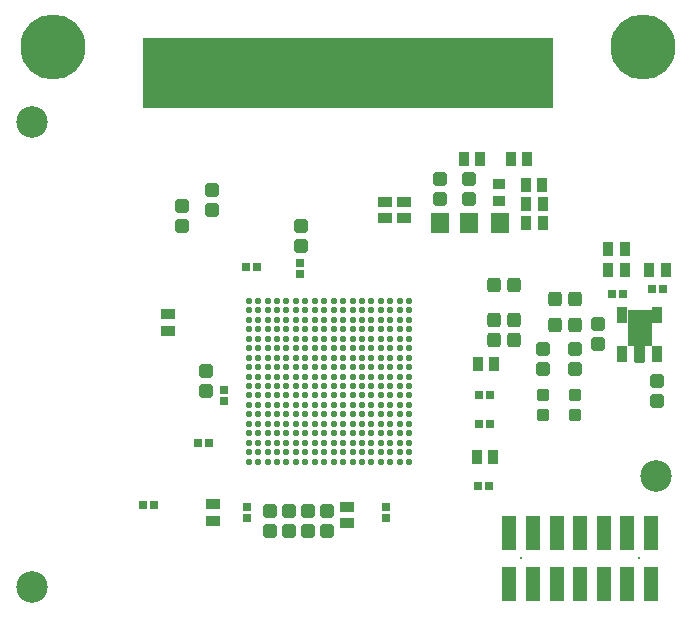
<source format=gts>
G04*
G04 #@! TF.GenerationSoftware,Altium Limited,Altium Designer,23.2.1 (34)*
G04*
G04 Layer_Color=8388736*
%FSLAX45Y45*%
%MOMM*%
G71*
G04*
G04 #@! TF.SameCoordinates,ADC88703-2645-4175-AC7A-3A7664539AE9*
G04*
G04*
G04 #@! TF.FilePolarity,Negative*
G04*
G01*
G75*
%ADD30R,1.60000X1.80000*%
%ADD31R,34.79998X5.97499*%
%ADD32R,0.88320X1.40320*%
G04:AMPARAMS|DCode=33|XSize=1.2032mm|YSize=1.1032mm|CornerRadius=0.2141mm|HoleSize=0mm|Usage=FLASHONLY|Rotation=270.000|XOffset=0mm|YOffset=0mm|HoleType=Round|Shape=RoundedRectangle|*
%AMROUNDEDRECTD33*
21,1,1.20320,0.67500,0,0,270.0*
21,1,0.77500,1.10320,0,0,270.0*
1,1,0.42820,-0.33750,-0.38750*
1,1,0.42820,-0.33750,0.38750*
1,1,0.42820,0.33750,0.38750*
1,1,0.42820,0.33750,-0.38750*
%
%ADD33ROUNDEDRECTD33*%
G04:AMPARAMS|DCode=34|XSize=1.2032mm|YSize=1.1032mm|CornerRadius=0.2141mm|HoleSize=0mm|Usage=FLASHONLY|Rotation=180.000|XOffset=0mm|YOffset=0mm|HoleType=Round|Shape=RoundedRectangle|*
%AMROUNDEDRECTD34*
21,1,1.20320,0.67500,0,0,180.0*
21,1,0.77500,1.10320,0,0,180.0*
1,1,0.42820,-0.38750,0.33750*
1,1,0.42820,0.38750,0.33750*
1,1,0.42820,0.38750,-0.33750*
1,1,0.42820,-0.38750,-0.33750*
%
%ADD34ROUNDEDRECTD34*%
%ADD35R,1.12320X0.84320*%
%ADD36R,1.47320X0.83820*%
%ADD37R,0.76000X0.76000*%
%ADD38R,1.20320X2.95320*%
%ADD39C,0.55320*%
%ADD40R,0.76000X0.76000*%
%ADD41R,0.95320X1.15320*%
G04:AMPARAMS|DCode=42|XSize=1.0032mm|YSize=1.0032mm|CornerRadius=0.2016mm|HoleSize=0mm|Usage=FLASHONLY|Rotation=270.000|XOffset=0mm|YOffset=0mm|HoleType=Round|Shape=RoundedRectangle|*
%AMROUNDEDRECTD42*
21,1,1.00320,0.60000,0,0,270.0*
21,1,0.60000,1.00320,0,0,270.0*
1,1,0.40320,-0.30000,-0.30000*
1,1,0.40320,-0.30000,0.30000*
1,1,0.40320,0.30000,0.30000*
1,1,0.40320,0.30000,-0.30000*
%
%ADD42ROUNDEDRECTD42*%
%ADD43R,1.15320X0.95320*%
%ADD44R,0.90320X4.40320*%
%ADD45C,2.67000*%
%ADD46R,0.90320X4.40319*%
%ADD47R,2.10320X3.15320*%
%ADD48C,0.20320*%
%ADD49C,5.50320*%
%ADD50C,0.55880*%
G36*
X13305328Y7684015D02*
X13306635Y7683755D01*
X13307896Y7683327D01*
X13309091Y7682738D01*
X13310197Y7681998D01*
X13311200Y7681120D01*
X13312077Y7680118D01*
X13312817Y7679011D01*
X13313406Y7677816D01*
X13313835Y7676555D01*
X13314095Y7675249D01*
X13314182Y7673920D01*
Y7248920D01*
X13314095Y7247591D01*
X13313835Y7246285D01*
X13313406Y7245024D01*
X13312817Y7243829D01*
X13312077Y7242722D01*
X13311200Y7241720D01*
X13310197Y7240842D01*
X13309091Y7240102D01*
X13307896Y7239513D01*
X13306635Y7239085D01*
X13305328Y7238825D01*
X13303999Y7238738D01*
X13236000D01*
X13234671Y7238825D01*
X13233363Y7239085D01*
X13232103Y7239513D01*
X13230910Y7240102D01*
X13229800Y7240842D01*
X13228799Y7241720D01*
X13227922Y7242722D01*
X13227182Y7243829D01*
X13226593Y7245024D01*
X13226164Y7246285D01*
X13225905Y7247591D01*
X13225818Y7248920D01*
Y7673920D01*
X13225905Y7675249D01*
X13226164Y7676555D01*
X13226593Y7677816D01*
X13227182Y7679011D01*
X13227922Y7680118D01*
X13228799Y7681120D01*
X13229800Y7681998D01*
X13230910Y7682738D01*
X13232103Y7683327D01*
X13233363Y7683755D01*
X13234671Y7684015D01*
X13236000Y7684102D01*
X13303999D01*
X13305328Y7684015D01*
D02*
G37*
D30*
X11577320Y8419254D02*
D03*
X11825318Y8421852D02*
D03*
X12090328Y8419208D02*
D03*
D31*
X10802501Y9688991D02*
D03*
D32*
X13120000Y7308920D02*
D03*
X13420000D02*
D03*
Y7638920D02*
D03*
X13120000D02*
D03*
D33*
X12035000Y7433132D02*
D03*
X12205000D02*
D03*
X12035000Y7896570D02*
D03*
X12205000D02*
D03*
X12035000Y7602159D02*
D03*
X12205000D02*
D03*
X12725000Y7560000D02*
D03*
X12555000D02*
D03*
X12725000Y7774000D02*
D03*
X12555000D02*
D03*
D34*
X11579333Y8790072D02*
D03*
Y8620072D02*
D03*
X11823868Y8792006D02*
D03*
Y8622006D02*
D03*
X10624820Y5808920D02*
D03*
Y5978920D02*
D03*
X10138525Y5809754D02*
D03*
Y5979754D02*
D03*
X10463432Y5808920D02*
D03*
Y5978920D02*
D03*
X10301549Y5808920D02*
D03*
Y5978920D02*
D03*
X12920000Y7397840D02*
D03*
Y7567840D02*
D03*
X13420000Y6915000D02*
D03*
Y7085000D02*
D03*
X10400000Y8398395D02*
D03*
Y8228395D02*
D03*
X12452503Y7184395D02*
D03*
Y7354395D02*
D03*
X12720000Y7184395D02*
D03*
Y7354395D02*
D03*
X9652499Y8526601D02*
D03*
Y8696601D02*
D03*
X9596649Y6995000D02*
D03*
Y7165000D02*
D03*
X9392920Y8396060D02*
D03*
Y8566060D02*
D03*
D35*
X12079036Y8753507D02*
D03*
Y8607507D02*
D03*
D36*
X11577320Y8378037D02*
D03*
Y8460417D02*
D03*
X11825317Y8380629D02*
D03*
Y8463009D02*
D03*
X12090328Y8378037D02*
D03*
Y8460417D02*
D03*
D37*
X9945380Y6015502D02*
D03*
Y5923502D02*
D03*
X11120000Y5919891D02*
D03*
Y6011891D02*
D03*
X10393680Y7991760D02*
D03*
Y8083760D02*
D03*
X9747785Y6914000D02*
D03*
Y7006000D02*
D03*
D38*
X12167500Y5367380D02*
D03*
X12367500D02*
D03*
Y5793380D02*
D03*
X12567500Y5367380D02*
D03*
Y5793380D02*
D03*
X12767500Y5367380D02*
D03*
Y5793380D02*
D03*
X12967500Y5367380D02*
D03*
Y5793380D02*
D03*
X13167500Y5367380D02*
D03*
Y5793380D02*
D03*
X13367500Y5367380D02*
D03*
Y5793380D02*
D03*
X12167500D02*
D03*
D39*
X10200000Y7760000D02*
D03*
X11320000Y6400000D02*
D03*
X11240000D02*
D03*
X11160000D02*
D03*
X11080000D02*
D03*
X11000000D02*
D03*
X10920000D02*
D03*
X10840000D02*
D03*
X10760000D02*
D03*
X10680000D02*
D03*
X10600000D02*
D03*
X10520000D02*
D03*
X10440000D02*
D03*
X10360000D02*
D03*
X10280000D02*
D03*
X10200000D02*
D03*
X10120000D02*
D03*
X10040000D02*
D03*
X9960000D02*
D03*
X11320000Y6480000D02*
D03*
X11240000D02*
D03*
X11160000D02*
D03*
X11080000D02*
D03*
X11000000D02*
D03*
X10920000D02*
D03*
X10840000D02*
D03*
X10760000D02*
D03*
X10680000D02*
D03*
X10600000D02*
D03*
X10520000D02*
D03*
X10440000D02*
D03*
X10360000D02*
D03*
X10280000D02*
D03*
X10200000D02*
D03*
X10120000D02*
D03*
X10040000D02*
D03*
X9960000D02*
D03*
X11320000Y6560000D02*
D03*
X11240000D02*
D03*
X11160000D02*
D03*
X11080000D02*
D03*
X11000000D02*
D03*
X10920000D02*
D03*
X10840000D02*
D03*
X10760000D02*
D03*
X10680000D02*
D03*
X10600000D02*
D03*
X10520000D02*
D03*
X10440000D02*
D03*
X10360000D02*
D03*
X10280000D02*
D03*
X10200000D02*
D03*
X10120000D02*
D03*
X10040000D02*
D03*
X9960000D02*
D03*
X11320000Y6640000D02*
D03*
X11240000D02*
D03*
X11160000D02*
D03*
X11080000D02*
D03*
X11000000D02*
D03*
X10920000D02*
D03*
X10840000D02*
D03*
X10760000D02*
D03*
X10680000D02*
D03*
X10600000D02*
D03*
X10520000D02*
D03*
X10440000D02*
D03*
X10360000D02*
D03*
X10280000D02*
D03*
X10200000D02*
D03*
X10120000D02*
D03*
X10040000D02*
D03*
X9960000D02*
D03*
X11320000Y6720000D02*
D03*
X11240000D02*
D03*
X11160000D02*
D03*
X11080000D02*
D03*
X11000000D02*
D03*
X10920000D02*
D03*
X10840000D02*
D03*
X10760000D02*
D03*
X10680000D02*
D03*
X10600000D02*
D03*
X10520000D02*
D03*
X10440000D02*
D03*
X10360000D02*
D03*
X10280000D02*
D03*
X10200000D02*
D03*
X10120000D02*
D03*
X10040000D02*
D03*
X9960000D02*
D03*
X11320000Y6800000D02*
D03*
X11240000D02*
D03*
X11160000D02*
D03*
X11080000D02*
D03*
X11000000D02*
D03*
X10920000D02*
D03*
X10840000D02*
D03*
X10760000D02*
D03*
X10680000D02*
D03*
X10600000D02*
D03*
X10520000D02*
D03*
X10440000D02*
D03*
X10360000D02*
D03*
X10280000D02*
D03*
X10200000D02*
D03*
X10120000D02*
D03*
X10040000D02*
D03*
X9960000D02*
D03*
X11320000Y6880000D02*
D03*
X11240000D02*
D03*
X11160000D02*
D03*
X11080000D02*
D03*
X11000000D02*
D03*
X10920000D02*
D03*
X10840000D02*
D03*
X10760000D02*
D03*
X10680000D02*
D03*
X10600000D02*
D03*
X10520000D02*
D03*
X10440000D02*
D03*
X10360000D02*
D03*
X10280000D02*
D03*
X10200000D02*
D03*
X10120000D02*
D03*
X10040000D02*
D03*
X9960000D02*
D03*
X11320000Y6960000D02*
D03*
X11240000D02*
D03*
X11160000D02*
D03*
X11080000D02*
D03*
X11000000D02*
D03*
X10920000D02*
D03*
X10840000D02*
D03*
X10760000D02*
D03*
X10680000D02*
D03*
X10600000D02*
D03*
X10520000D02*
D03*
X10440000D02*
D03*
X10360000D02*
D03*
X10280000D02*
D03*
X10200000D02*
D03*
X10120000D02*
D03*
X10040000D02*
D03*
X9960000D02*
D03*
X11320000Y7040000D02*
D03*
X11240000D02*
D03*
X11160000D02*
D03*
X11080000D02*
D03*
X11000000D02*
D03*
X10920000D02*
D03*
X10840000D02*
D03*
X10760000D02*
D03*
X10680000D02*
D03*
X10600000D02*
D03*
X10520000D02*
D03*
X10440000D02*
D03*
X10360000D02*
D03*
X10280000D02*
D03*
X10200000D02*
D03*
X10120000D02*
D03*
X10040000D02*
D03*
X9960000D02*
D03*
X11320000Y7120000D02*
D03*
X11240000D02*
D03*
X11160000D02*
D03*
X11080000D02*
D03*
X11000000D02*
D03*
X10920000D02*
D03*
X10840000D02*
D03*
X10760000D02*
D03*
X10680000D02*
D03*
X10600000D02*
D03*
X10520000D02*
D03*
X10440000D02*
D03*
X10360000D02*
D03*
X10280000D02*
D03*
X10200000D02*
D03*
X10120000D02*
D03*
X10040000D02*
D03*
X9960000D02*
D03*
X11320000Y7200000D02*
D03*
X11240000D02*
D03*
X11160000D02*
D03*
X11080000D02*
D03*
X11000000D02*
D03*
X10920000D02*
D03*
X10840000D02*
D03*
X10760000D02*
D03*
X10680000D02*
D03*
X10600000D02*
D03*
X10520000D02*
D03*
X10440000D02*
D03*
X10360000D02*
D03*
X10280000D02*
D03*
X10200000D02*
D03*
X10120000D02*
D03*
X10040000D02*
D03*
X9960000D02*
D03*
X11320000Y7280000D02*
D03*
X11240000D02*
D03*
X11160000D02*
D03*
X11080000D02*
D03*
X11000000D02*
D03*
X10920000D02*
D03*
X10840000D02*
D03*
X10760000D02*
D03*
X10680000D02*
D03*
X10600000D02*
D03*
X10520000D02*
D03*
X10440000D02*
D03*
X10360000D02*
D03*
X10280000D02*
D03*
X10200000D02*
D03*
X10120000D02*
D03*
X10040000D02*
D03*
X9960000D02*
D03*
X11320000Y7360000D02*
D03*
X11240000D02*
D03*
X11160000D02*
D03*
X11080000D02*
D03*
X11000000D02*
D03*
X10920000D02*
D03*
X10840000D02*
D03*
X10760000D02*
D03*
X10680000D02*
D03*
X10600000D02*
D03*
X10520000D02*
D03*
X10440000D02*
D03*
X10360000D02*
D03*
X10280000D02*
D03*
X10200000D02*
D03*
X10120000D02*
D03*
X10040000D02*
D03*
X9960000D02*
D03*
X11320000Y7440000D02*
D03*
X11240000D02*
D03*
X11160000D02*
D03*
X11080000D02*
D03*
X11000000D02*
D03*
X10920000D02*
D03*
X10840000D02*
D03*
X10760000D02*
D03*
X10680000D02*
D03*
X10600000D02*
D03*
X10520000D02*
D03*
X10440000D02*
D03*
X10360000D02*
D03*
X10280000D02*
D03*
X10200000D02*
D03*
X10120000D02*
D03*
X10040000D02*
D03*
X9960000D02*
D03*
X11320000Y7520000D02*
D03*
X11240000D02*
D03*
X11160000D02*
D03*
X11080000D02*
D03*
X11000000D02*
D03*
X10920000D02*
D03*
X10840000D02*
D03*
X10760000D02*
D03*
X10680000D02*
D03*
X10600000D02*
D03*
X10520000D02*
D03*
X10440000D02*
D03*
X10360000D02*
D03*
X10280000D02*
D03*
X10200000D02*
D03*
X10120000D02*
D03*
X10040000D02*
D03*
X9960000D02*
D03*
X11320000Y7600000D02*
D03*
X11240000D02*
D03*
X11160000D02*
D03*
X11080000D02*
D03*
X11000000D02*
D03*
X10920000D02*
D03*
X10840000D02*
D03*
X10760000D02*
D03*
X10680000D02*
D03*
X10600000D02*
D03*
X10520000D02*
D03*
X10440000D02*
D03*
X10360000D02*
D03*
X10280000D02*
D03*
X10200000D02*
D03*
X10120000D02*
D03*
X10040000D02*
D03*
X9960000D02*
D03*
X11320000Y7680000D02*
D03*
X11240000D02*
D03*
X11160000D02*
D03*
X11080000D02*
D03*
X11000000D02*
D03*
X10920000D02*
D03*
X10840000D02*
D03*
X10760000D02*
D03*
X10680000D02*
D03*
X10600000D02*
D03*
X10520000D02*
D03*
X10440000D02*
D03*
X10360000D02*
D03*
X10280000D02*
D03*
X10200000D02*
D03*
X10120000D02*
D03*
X10040000D02*
D03*
X9960000D02*
D03*
X11320000Y7760000D02*
D03*
X11240000D02*
D03*
X11160000D02*
D03*
X11080000D02*
D03*
X11000000D02*
D03*
X10920000D02*
D03*
X10840000D02*
D03*
X10760000D02*
D03*
X10680000D02*
D03*
X10600000D02*
D03*
X10520000D02*
D03*
X10440000D02*
D03*
X10360000D02*
D03*
X10280000D02*
D03*
X10120000D02*
D03*
X10040000D02*
D03*
X9960000D02*
D03*
D40*
X13125999Y7816568D02*
D03*
X13034000D02*
D03*
X13374001Y7862858D02*
D03*
X13466000D02*
D03*
X9530600Y6560000D02*
D03*
X9622600D02*
D03*
X12001780Y6720000D02*
D03*
X11909780D02*
D03*
X10029431Y8047002D02*
D03*
X9937431D02*
D03*
X9068000Y6033920D02*
D03*
X9160000D02*
D03*
X11996779Y6194893D02*
D03*
X11904779D02*
D03*
X12006000Y6960000D02*
D03*
X11914000D02*
D03*
D41*
X13144852Y8021443D02*
D03*
X13004851D02*
D03*
X13143294Y8199805D02*
D03*
X13003294D02*
D03*
X13350000Y8021443D02*
D03*
X13489999D02*
D03*
X11922499Y8960000D02*
D03*
X11782499D02*
D03*
X12320000D02*
D03*
X12180000D02*
D03*
X12030000Y6440000D02*
D03*
X11890000D02*
D03*
X12039056Y7226568D02*
D03*
X11899056D02*
D03*
X12449481Y8420990D02*
D03*
X12309481D02*
D03*
X12448546Y8579038D02*
D03*
X12308546D02*
D03*
X12445229Y8739380D02*
D03*
X12305229D02*
D03*
D42*
X12452503Y6795000D02*
D03*
Y6965000D02*
D03*
X12720000Y6795000D02*
D03*
Y6965000D02*
D03*
D43*
X10795000Y5878680D02*
D03*
Y6018680D02*
D03*
X9280000Y7506568D02*
D03*
Y7646568D02*
D03*
X9656395Y5898368D02*
D03*
Y6038368D02*
D03*
X11274478Y8600000D02*
D03*
Y8460000D02*
D03*
X11110986Y8600000D02*
D03*
Y8460000D02*
D03*
D44*
X11852499Y9612740D02*
D03*
X9852498D02*
D03*
X9652499D02*
D03*
X10152503D02*
D03*
X9452499D02*
D03*
X9952498D02*
D03*
X9752498D02*
D03*
X9552499D02*
D03*
X9352499D02*
D03*
X10052498D02*
D03*
X10452502D02*
D03*
X10352502D02*
D03*
X10252502D02*
D03*
X9152500D02*
D03*
X12452503D02*
D03*
X12352498D02*
D03*
X11652500D02*
D03*
X11952499D02*
D03*
X12252498D02*
D03*
X11752499D02*
D03*
X12152499D02*
D03*
X12052499D02*
D03*
X11552500D02*
D03*
X11452500D02*
D03*
X11052501D02*
D03*
X10552502D02*
D03*
X10952501D02*
D03*
X10752501D02*
D03*
X10852501D02*
D03*
X11152501D02*
D03*
D45*
X8128000Y5334000D02*
D03*
Y9271000D02*
D03*
X13412900Y6280000D02*
D03*
D46*
X9252499Y9612740D02*
D03*
X10652502D02*
D03*
D47*
X13270000Y7528920D02*
D03*
D48*
X12267500Y5580380D02*
D03*
X13267500D02*
D03*
D49*
X8302500Y9912740D02*
D03*
X13302499D02*
D03*
D50*
X8450148Y9765091D02*
D03*
X8511306Y9912740D02*
D03*
X8450148Y10060388D02*
D03*
X8302500Y10121546D02*
D03*
D03*
X8154852Y10060388D02*
D03*
X8093694Y9912740D02*
D03*
X8154852Y9765091D02*
D03*
X8302500Y9703934D02*
D03*
X13450148Y9765091D02*
D03*
X13511307Y9912740D02*
D03*
X13450148Y10060388D02*
D03*
X13302499Y10121546D02*
D03*
D03*
X13154852Y10060388D02*
D03*
X13093694Y9912740D02*
D03*
X13154852Y9765091D02*
D03*
X13302499Y9703934D02*
D03*
M02*

</source>
